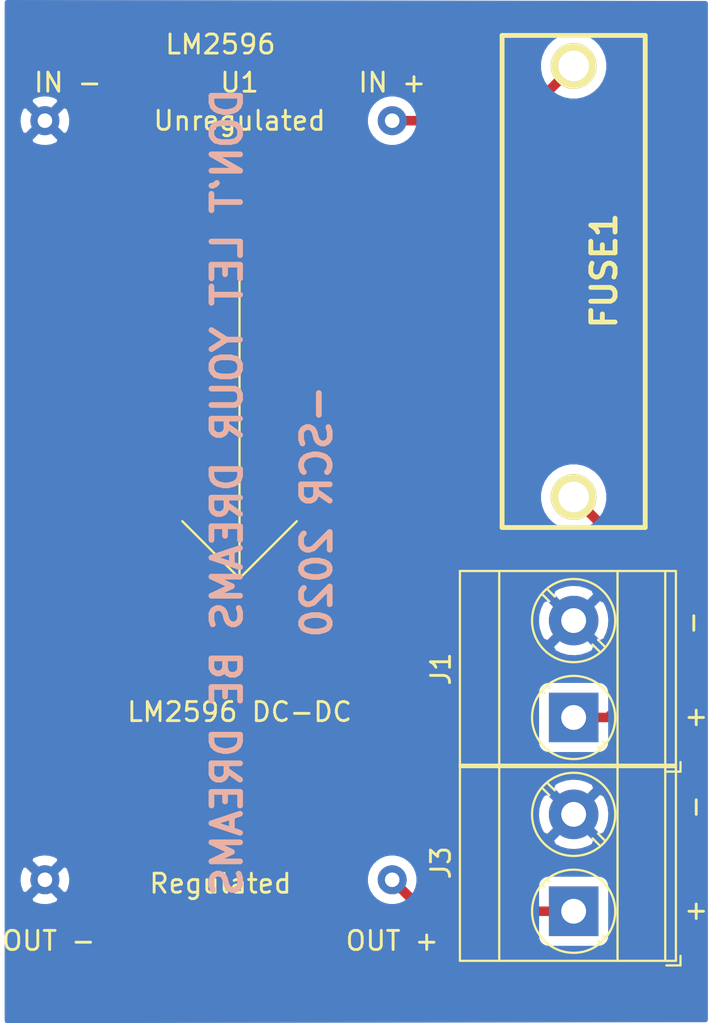
<source format=kicad_pcb>
(kicad_pcb (version 20171130) (host pcbnew "(5.1.4-0)")

  (general
    (thickness 1.6)
    (drawings 2)
    (tracks 10)
    (zones 0)
    (modules 4)
    (nets 5)
  )

  (page A4)
  (layers
    (0 F.Cu signal)
    (31 B.Cu signal)
    (32 B.Adhes user)
    (33 F.Adhes user)
    (34 B.Paste user)
    (35 F.Paste user)
    (36 B.SilkS user)
    (37 F.SilkS user)
    (38 B.Mask user)
    (39 F.Mask user)
    (40 Dwgs.User user)
    (41 Cmts.User user)
    (42 Eco1.User user)
    (43 Eco2.User user)
    (44 Edge.Cuts user)
    (45 Margin user)
    (46 B.CrtYd user)
    (47 F.CrtYd user)
    (48 B.Fab user)
    (49 F.Fab user)
  )

  (setup
    (last_trace_width 0.5)
    (user_trace_width 0.5)
    (trace_clearance 0.2)
    (zone_clearance 0.508)
    (zone_45_only no)
    (trace_min 0.2)
    (via_size 0.8)
    (via_drill 0.4)
    (via_min_size 0.4)
    (via_min_drill 0.3)
    (uvia_size 0.3)
    (uvia_drill 0.1)
    (uvias_allowed no)
    (uvia_min_size 0.2)
    (uvia_min_drill 0.1)
    (edge_width 0.05)
    (segment_width 0.2)
    (pcb_text_width 0.3)
    (pcb_text_size 1.5 1.5)
    (mod_edge_width 0.12)
    (mod_text_size 1 1)
    (mod_text_width 0.15)
    (pad_size 1.524 1.524)
    (pad_drill 0.762)
    (pad_to_mask_clearance 0.051)
    (solder_mask_min_width 0.25)
    (aux_axis_origin 0 0)
    (visible_elements FFFFFF7F)
    (pcbplotparams
      (layerselection 0x010fc_ffffffff)
      (usegerberextensions false)
      (usegerberattributes false)
      (usegerberadvancedattributes false)
      (creategerberjobfile false)
      (excludeedgelayer true)
      (linewidth 0.100000)
      (plotframeref false)
      (viasonmask false)
      (mode 1)
      (useauxorigin false)
      (hpglpennumber 1)
      (hpglpenspeed 20)
      (hpglpendiameter 15.000000)
      (psnegative false)
      (psa4output false)
      (plotreference true)
      (plotvalue true)
      (plotinvisibletext false)
      (padsonsilk false)
      (subtractmaskfromsilk false)
      (outputformat 1)
      (mirror false)
      (drillshape 1)
      (scaleselection 1)
      (outputdirectory ""))
  )

  (net 0 "")
  (net 1 "Net-(J3-Pad1)")
  (net 2 GND)
  (net 3 "Net-(FUSE1-Pad2)")
  (net 4 "Net-(FUSE1-Pad1)")

  (net_class Default "This is the default net class."
    (clearance 0.2)
    (trace_width 0.25)
    (via_dia 0.8)
    (via_drill 0.4)
    (uvia_dia 0.3)
    (uvia_drill 0.1)
    (add_net GND)
    (add_net "Net-(FUSE1-Pad1)")
    (add_net "Net-(FUSE1-Pad2)")
    (add_net "Net-(J3-Pad1)")
  )

  (module 64600001003:646-SERIESHOLDER (layer F.Cu) (tedit 5E1E7105) (tstamp 5E1E753E)
    (at 139.7 85.09 270)
    (descr 646-SeriesHolder)
    (tags Connector)
    (path /5E1F73DF)
    (fp_text reference FUSE1 (at -0.565 -1.595 90) (layer F.SilkS)
      (effects (font (size 1.27 1.27) (thickness 0.254)))
    )
    (fp_text value 64600001003 (at -0.565 -1.595 90) (layer F.SilkS) hide
      (effects (font (size 1.27 1.27) (thickness 0.254)))
    )
    (fp_line (start -12.9 3.75) (end -12.9 -3.75) (layer F.SilkS) (width 0.254))
    (fp_line (start 12.9 3.75) (end -12.9 3.75) (layer F.SilkS) (width 0.254))
    (fp_line (start 12.9 -3.75) (end 12.9 3.75) (layer F.SilkS) (width 0.254))
    (fp_line (start -12.9 -3.75) (end 12.9 -3.75) (layer F.SilkS) (width 0.254))
    (fp_line (start -12.9 3.75) (end -12.9 -3.75) (layer Dwgs.User) (width 0.254))
    (fp_line (start 12.9 3.75) (end -12.9 3.75) (layer Dwgs.User) (width 0.254))
    (fp_line (start 12.9 -3.75) (end 12.9 3.75) (layer Dwgs.User) (width 0.254))
    (fp_line (start -12.9 -3.75) (end 12.9 -3.75) (layer Dwgs.User) (width 0.254))
    (pad 2 thru_hole circle (at 11.3 0) (size 2.4 2.4) (drill 1.6) (layers *.Cu *.Mask F.SilkS)
      (net 3 "Net-(FUSE1-Pad2)"))
    (pad 1 thru_hole circle (at -11.3 0) (size 2.4 2.4) (drill 1.6) (layers *.Cu *.Mask F.SilkS)
      (net 4 "Net-(FUSE1-Pad1)"))
  )

  (module SCR_KiCAD_Lib:LM2596 (layer F.Cu) (tedit 5DC2275D) (tstamp 5DB93298)
    (at 123.19 73.66)
    (path /5DB8C9B7)
    (fp_text reference U1 (at -1 1) (layer F.SilkS)
      (effects (font (size 1 1) (thickness 0.15)))
    )
    (fp_text value LM2596 (at -2 -1) (layer F.SilkS)
      (effects (font (size 1 1) (thickness 0.15)))
    )
    (fp_text user "LM2596 DC-DC" (at -1 34) (layer F.SilkS)
      (effects (font (size 1 1) (thickness 0.15)))
    )
    (fp_line (start -1 27) (end 2 24) (layer F.SilkS) (width 0.12))
    (fp_line (start -1 27) (end -4 24) (layer F.SilkS) (width 0.12))
    (fp_line (start -1 11) (end -1 27) (layer F.SilkS) (width 0.12))
    (fp_text user "OUT +" (at 7 46) (layer F.SilkS)
      (effects (font (size 1 1) (thickness 0.15)))
    )
    (fp_text user "OUT -" (at -11 46) (layer F.SilkS)
      (effects (font (size 1 1) (thickness 0.15)))
    )
    (fp_text user "IN +" (at 7 1) (layer F.SilkS)
      (effects (font (size 1 1) (thickness 0.15)))
    )
    (fp_text user "IN -" (at -10 1) (layer F.SilkS)
      (effects (font (size 1 1) (thickness 0.15)))
    )
    (fp_text user Regulated (at -2 43) (layer F.SilkS)
      (effects (font (size 1 1) (thickness 0.15)))
    )
    (fp_text user Unregulated (at -1 3) (layer F.SilkS)
      (effects (font (size 1 1) (thickness 0.15)))
    )
    (pad 4 thru_hole circle (at 7 42.8) (size 1.524 1.524) (drill 0.762) (layers *.Cu *.Mask)
      (net 1 "Net-(J3-Pad1)"))
    (pad 3 thru_hole circle (at -11.2 42.8) (size 1.524 1.524) (drill 0.762) (layers *.Cu *.Mask)
      (net 2 GND))
    (pad 2 thru_hole circle (at 7 3) (size 1.524 1.524) (drill 0.762) (layers *.Cu *.Mask)
      (net 4 "Net-(FUSE1-Pad1)"))
    (pad 1 thru_hole circle (at -11.2 3 180) (size 1.524 1.524) (drill 0.762) (layers *.Cu *.Mask)
      (net 2 GND))
  )

  (module TerminalBlock_Phoenix:TerminalBlock_Phoenix_MKDS-3-2-5.08_1x02_P5.08mm_Horizontal (layer F.Cu) (tedit 5B294F11) (tstamp 5DB93286)
    (at 139.7 118.11 90)
    (descr "Terminal Block Phoenix MKDS-3-2-5.08, 2 pins, pitch 5.08mm, size 10.2x11.2mm^2, drill diamater 1.3mm, pad diameter 2.6mm, see http://www.farnell.com/datasheets/2138224.pdf, script-generated using https://github.com/pointhi/kicad-footprint-generator/scripts/TerminalBlock_Phoenix")
    (tags "THT Terminal Block Phoenix MKDS-3-2-5.08 pitch 5.08mm size 10.2x11.2mm^2 drill 1.3mm pad 2.6mm")
    (path /5DB8E537)
    (fp_text reference J3 (at 2.54 -6.96 90) (layer F.SilkS)
      (effects (font (size 1 1) (thickness 0.15)))
    )
    (fp_text value Screw_Terminal_01x02 (at 2.54 6.36 90) (layer F.Fab) hide
      (effects (font (size 1 1) (thickness 0.15)))
    )
    (fp_text user %R (at 2.54 3.1 90) (layer F.Fab) hide
      (effects (font (size 1 1) (thickness 0.15)))
    )
    (fp_line (start 8.13 -6.4) (end -3.04 -6.4) (layer F.CrtYd) (width 0.05))
    (fp_line (start 8.13 5.8) (end 8.13 -6.4) (layer F.CrtYd) (width 0.05))
    (fp_line (start -3.04 5.8) (end 8.13 5.8) (layer F.CrtYd) (width 0.05))
    (fp_line (start -3.04 -6.4) (end -3.04 5.8) (layer F.CrtYd) (width 0.05))
    (fp_line (start -2.84 5.6) (end -2.34 5.6) (layer F.SilkS) (width 0.12))
    (fp_line (start -2.84 4.86) (end -2.84 5.6) (layer F.SilkS) (width 0.12))
    (fp_line (start 3.822 0.992) (end 3.427 1.388) (layer F.SilkS) (width 0.12))
    (fp_line (start 6.468 -1.654) (end 6.088 -1.274) (layer F.SilkS) (width 0.12))
    (fp_line (start 4.073 1.274) (end 3.693 1.654) (layer F.SilkS) (width 0.12))
    (fp_line (start 6.734 -1.388) (end 6.339 -0.992) (layer F.SilkS) (width 0.12))
    (fp_line (start 6.353 -1.517) (end 3.564 1.273) (layer F.Fab) (width 0.1))
    (fp_line (start 6.597 -1.273) (end 3.808 1.517) (layer F.Fab) (width 0.1))
    (fp_line (start -1.548 1.281) (end -1.654 1.388) (layer F.SilkS) (width 0.12))
    (fp_line (start 1.388 -1.654) (end 1.281 -1.547) (layer F.SilkS) (width 0.12))
    (fp_line (start -1.282 1.547) (end -1.388 1.654) (layer F.SilkS) (width 0.12))
    (fp_line (start 1.654 -1.388) (end 1.547 -1.281) (layer F.SilkS) (width 0.12))
    (fp_line (start 1.273 -1.517) (end -1.517 1.273) (layer F.Fab) (width 0.1))
    (fp_line (start 1.517 -1.273) (end -1.273 1.517) (layer F.Fab) (width 0.1))
    (fp_line (start 7.68 -5.96) (end 7.68 5.36) (layer F.SilkS) (width 0.12))
    (fp_line (start -2.6 -5.96) (end -2.6 5.36) (layer F.SilkS) (width 0.12))
    (fp_line (start -2.6 5.36) (end 7.68 5.36) (layer F.SilkS) (width 0.12))
    (fp_line (start -2.6 -5.96) (end 7.68 -5.96) (layer F.SilkS) (width 0.12))
    (fp_line (start -2.6 -3.9) (end 7.68 -3.9) (layer F.SilkS) (width 0.12))
    (fp_line (start -2.54 -3.9) (end 7.62 -3.9) (layer F.Fab) (width 0.1))
    (fp_line (start -2.6 2.3) (end 7.68 2.3) (layer F.SilkS) (width 0.12))
    (fp_line (start -2.54 2.3) (end 7.62 2.3) (layer F.Fab) (width 0.1))
    (fp_line (start -2.6 4.8) (end 7.68 4.8) (layer F.SilkS) (width 0.12))
    (fp_line (start -2.54 4.8) (end 7.62 4.8) (layer F.Fab) (width 0.1))
    (fp_line (start -2.54 4.8) (end -2.54 -5.9) (layer F.Fab) (width 0.1))
    (fp_line (start -2.04 5.3) (end -2.54 4.8) (layer F.Fab) (width 0.1))
    (fp_line (start 7.62 5.3) (end -2.04 5.3) (layer F.Fab) (width 0.1))
    (fp_line (start 7.62 -5.9) (end 7.62 5.3) (layer F.Fab) (width 0.1))
    (fp_line (start -2.54 -5.9) (end 7.62 -5.9) (layer F.Fab) (width 0.1))
    (fp_circle (center 5.08 0) (end 7.26 0) (layer F.SilkS) (width 0.12))
    (fp_circle (center 5.08 0) (end 7.08 0) (layer F.Fab) (width 0.1))
    (fp_circle (center 0 0) (end 2.18 0) (layer F.SilkS) (width 0.12))
    (fp_circle (center 0 0) (end 2 0) (layer F.Fab) (width 0.1))
    (fp_text user + (at 0 6.35 90) (layer F.SilkS)
      (effects (font (size 1 1) (thickness 0.15)))
    )
    (fp_text user - (at 5.461 6.35 90) (layer F.SilkS)
      (effects (font (size 1 1) (thickness 0.15)))
    )
    (pad 2 thru_hole circle (at 5.08 0 90) (size 2.6 2.6) (drill 1.3) (layers *.Cu *.Mask)
      (net 2 GND))
    (pad 1 thru_hole rect (at 0 0 90) (size 2.6 2.6) (drill 1.3) (layers *.Cu *.Mask)
      (net 1 "Net-(J3-Pad1)"))
    (model ${KISYS3DMOD}/TerminalBlock_Phoenix.3dshapes/TerminalBlock_Phoenix_MKDS-3-2-5.08_1x02_P5.08mm_Horizontal.wrl
      (at (xyz 0 0 0))
      (scale (xyz 1 1 1))
      (rotate (xyz 0 0 0))
    )
  )

  (module TerminalBlock_Phoenix:TerminalBlock_Phoenix_MKDS-3-2-5.08_1x02_P5.08mm_Horizontal (layer F.Cu) (tedit 5B294F11) (tstamp 5DB9324B)
    (at 139.7 107.95 90)
    (descr "Terminal Block Phoenix MKDS-3-2-5.08, 2 pins, pitch 5.08mm, size 10.2x11.2mm^2, drill diamater 1.3mm, pad diameter 2.6mm, see http://www.farnell.com/datasheets/2138224.pdf, script-generated using https://github.com/pointhi/kicad-footprint-generator/scripts/TerminalBlock_Phoenix")
    (tags "THT Terminal Block Phoenix MKDS-3-2-5.08 pitch 5.08mm size 10.2x11.2mm^2 drill 1.3mm pad 2.6mm")
    (path /5DB8DDA0)
    (fp_text reference J1 (at 2.54 -6.96 90) (layer F.SilkS)
      (effects (font (size 1 1) (thickness 0.15)))
    )
    (fp_text value Screw_Terminal_01x02 (at 2.54 6.36 90) (layer F.Fab) hide
      (effects (font (size 1 1) (thickness 0.15)))
    )
    (fp_text user %R (at 2.54 3.1 90) (layer F.Fab) hide
      (effects (font (size 1 1) (thickness 0.15)))
    )
    (fp_line (start 8.13 -6.4) (end -3.04 -6.4) (layer F.CrtYd) (width 0.05))
    (fp_line (start 8.13 5.8) (end 8.13 -6.4) (layer F.CrtYd) (width 0.05))
    (fp_line (start -3.04 5.8) (end 8.13 5.8) (layer F.CrtYd) (width 0.05))
    (fp_line (start -3.04 -6.4) (end -3.04 5.8) (layer F.CrtYd) (width 0.05))
    (fp_line (start -2.84 5.6) (end -2.34 5.6) (layer F.SilkS) (width 0.12))
    (fp_line (start -2.84 4.86) (end -2.84 5.6) (layer F.SilkS) (width 0.12))
    (fp_line (start 3.822 0.992) (end 3.427 1.388) (layer F.SilkS) (width 0.12))
    (fp_line (start 6.468 -1.654) (end 6.088 -1.274) (layer F.SilkS) (width 0.12))
    (fp_line (start 4.073 1.274) (end 3.693 1.654) (layer F.SilkS) (width 0.12))
    (fp_line (start 6.734 -1.388) (end 6.339 -0.992) (layer F.SilkS) (width 0.12))
    (fp_line (start 6.353 -1.517) (end 3.564 1.273) (layer F.Fab) (width 0.1))
    (fp_line (start 6.597 -1.273) (end 3.808 1.517) (layer F.Fab) (width 0.1))
    (fp_line (start -1.548 1.281) (end -1.654 1.388) (layer F.SilkS) (width 0.12))
    (fp_line (start 1.388 -1.654) (end 1.281 -1.547) (layer F.SilkS) (width 0.12))
    (fp_line (start -1.282 1.547) (end -1.388 1.654) (layer F.SilkS) (width 0.12))
    (fp_line (start 1.654 -1.388) (end 1.547 -1.281) (layer F.SilkS) (width 0.12))
    (fp_line (start 1.273 -1.517) (end -1.517 1.273) (layer F.Fab) (width 0.1))
    (fp_line (start 1.517 -1.273) (end -1.273 1.517) (layer F.Fab) (width 0.1))
    (fp_line (start 7.68 -5.96) (end 7.68 5.36) (layer F.SilkS) (width 0.12))
    (fp_line (start -2.6 -5.96) (end -2.6 5.36) (layer F.SilkS) (width 0.12))
    (fp_line (start -2.6 5.36) (end 7.68 5.36) (layer F.SilkS) (width 0.12))
    (fp_line (start -2.6 -5.96) (end 7.68 -5.96) (layer F.SilkS) (width 0.12))
    (fp_line (start -2.6 -3.9) (end 7.68 -3.9) (layer F.SilkS) (width 0.12))
    (fp_line (start -2.54 -3.9) (end 7.62 -3.9) (layer F.Fab) (width 0.1))
    (fp_line (start -2.6 2.3) (end 7.68 2.3) (layer F.SilkS) (width 0.12))
    (fp_line (start -2.54 2.3) (end 7.62 2.3) (layer F.Fab) (width 0.1))
    (fp_line (start -2.6 4.8) (end 7.68 4.8) (layer F.SilkS) (width 0.12))
    (fp_line (start -2.54 4.8) (end 7.62 4.8) (layer F.Fab) (width 0.1))
    (fp_line (start -2.54 4.8) (end -2.54 -5.9) (layer F.Fab) (width 0.1))
    (fp_line (start -2.04 5.3) (end -2.54 4.8) (layer F.Fab) (width 0.1))
    (fp_line (start 7.62 5.3) (end -2.04 5.3) (layer F.Fab) (width 0.1))
    (fp_line (start 7.62 -5.9) (end 7.62 5.3) (layer F.Fab) (width 0.1))
    (fp_line (start -2.54 -5.9) (end 7.62 -5.9) (layer F.Fab) (width 0.1))
    (fp_circle (center 5.08 0) (end 7.26 0) (layer F.SilkS) (width 0.12))
    (fp_circle (center 5.08 0) (end 7.08 0) (layer F.Fab) (width 0.1))
    (fp_circle (center 0 0) (end 2.18 0) (layer F.SilkS) (width 0.12))
    (fp_circle (center 0 0) (end 2 0) (layer F.Fab) (width 0.1))
    (fp_text user + (at 0 6.35 90) (layer F.SilkS)
      (effects (font (size 1 1) (thickness 0.15)))
    )
    (fp_text user - (at 4.953 6.223 90) (layer F.SilkS)
      (effects (font (size 1 1) (thickness 0.15)))
    )
    (pad 2 thru_hole circle (at 5.08 0 90) (size 2.6 2.6) (drill 1.3) (layers *.Cu *.Mask)
      (net 2 GND))
    (pad 1 thru_hole rect (at 0 0 90) (size 2.6 2.6) (drill 1.3) (layers *.Cu *.Mask)
      (net 3 "Net-(FUSE1-Pad2)"))
    (model ${KISYS3DMOD}/TerminalBlock_Phoenix.3dshapes/TerminalBlock_Phoenix_MKDS-3-2-5.08_1x02_P5.08mm_Horizontal.wrl
      (at (xyz 0 0 0))
      (scale (xyz 1 1 1))
      (rotate (xyz 0 0 0))
    )
  )

  (gr_text "-SCR 2020" (at 126.238 97.155 90) (layer B.SilkS)
    (effects (font (size 1.5 1.5) (thickness 0.3)) (justify mirror))
  )
  (gr_text "DON’T LET YOUR DREAMS BE DREAMS" (at 121.539 96.139 90) (layer B.SilkS)
    (effects (font (size 1.5 1.5) (thickness 0.3)) (justify mirror))
  )

  (segment (start 143.637 105.813) (end 141.5 107.95) (width 0.5) (layer F.Cu) (net 3))
  (segment (start 141.5 107.95) (end 139.7 107.95) (width 0.5) (layer F.Cu) (net 3))
  (segment (start 143.637 100.33) (end 143.637 105.813) (width 0.5) (layer F.Cu) (net 3))
  (segment (start 139.7 96.39) (end 140.899999 97.589999) (width 0.5) (layer F.Cu) (net 3))
  (segment (start 140.899999 97.589999) (end 140.899999 97.592999) (width 0.5) (layer F.Cu) (net 3))
  (segment (start 140.899999 97.592999) (end 143.637 100.33) (width 0.5) (layer F.Cu) (net 3))
  (segment (start 131.84 118.11) (end 130.19 116.46) (width 0.5) (layer F.Cu) (net 1))
  (segment (start 139.7 118.11) (end 131.84 118.11) (width 0.5) (layer F.Cu) (net 1))
  (segment (start 136.83 76.66) (end 130.19 76.66) (width 0.5) (layer F.Cu) (net 4))
  (segment (start 139.7 73.79) (end 136.83 76.66) (width 0.5) (layer F.Cu) (net 4))

  (zone (net 2) (net_name GND) (layer B.Cu) (tstamp 0) (hatch edge 0.508)
    (connect_pads (clearance 0.508))
    (min_thickness 0.254)
    (fill yes (arc_segments 32) (thermal_gap 0.508) (thermal_bridge_width 0.508))
    (polygon
      (pts
        (xy 146.7358 70.3834) (xy 109.8804 70.3326) (xy 109.8804 123.9774) (xy 146.7358 123.9266) (xy 146.7358 70.4088)
      )
    )
    (filled_polygon
      (pts
        (xy 146.6088 70.510225) (xy 146.6088 123.799775) (xy 110.0074 123.850225) (xy 110.0074 117.425565) (xy 111.20404 117.425565)
        (xy 111.27102 117.665656) (xy 111.520048 117.782756) (xy 111.787135 117.849023) (xy 112.062017 117.86191) (xy 112.334133 117.820922)
        (xy 112.593023 117.727636) (xy 112.70898 117.665656) (xy 112.77596 117.425565) (xy 111.99 116.639605) (xy 111.20404 117.425565)
        (xy 110.0074 117.425565) (xy 110.0074 116.532017) (xy 110.58809 116.532017) (xy 110.629078 116.804133) (xy 110.722364 117.063023)
        (xy 110.784344 117.17898) (xy 111.024435 117.24596) (xy 111.810395 116.46) (xy 112.169605 116.46) (xy 112.955565 117.24596)
        (xy 113.195656 117.17898) (xy 113.312756 116.929952) (xy 113.379023 116.662865) (xy 113.39191 116.387983) (xy 113.382033 116.322408)
        (xy 128.793 116.322408) (xy 128.793 116.597592) (xy 128.846686 116.86749) (xy 128.951995 117.121727) (xy 129.10488 117.350535)
        (xy 129.299465 117.54512) (xy 129.528273 117.698005) (xy 129.78251 117.803314) (xy 130.052408 117.857) (xy 130.327592 117.857)
        (xy 130.59749 117.803314) (xy 130.851727 117.698005) (xy 131.080535 117.54512) (xy 131.27512 117.350535) (xy 131.428005 117.121727)
        (xy 131.533314 116.86749) (xy 131.544749 116.81) (xy 137.761928 116.81) (xy 137.761928 119.41) (xy 137.774188 119.534482)
        (xy 137.810498 119.65418) (xy 137.869463 119.764494) (xy 137.948815 119.861185) (xy 138.045506 119.940537) (xy 138.15582 119.999502)
        (xy 138.275518 120.035812) (xy 138.4 120.048072) (xy 141 120.048072) (xy 141.124482 120.035812) (xy 141.24418 119.999502)
        (xy 141.354494 119.940537) (xy 141.451185 119.861185) (xy 141.530537 119.764494) (xy 141.589502 119.65418) (xy 141.625812 119.534482)
        (xy 141.638072 119.41) (xy 141.638072 116.81) (xy 141.625812 116.685518) (xy 141.589502 116.56582) (xy 141.530537 116.455506)
        (xy 141.451185 116.358815) (xy 141.354494 116.279463) (xy 141.24418 116.220498) (xy 141.124482 116.184188) (xy 141 116.171928)
        (xy 138.4 116.171928) (xy 138.275518 116.184188) (xy 138.15582 116.220498) (xy 138.045506 116.279463) (xy 137.948815 116.358815)
        (xy 137.869463 116.455506) (xy 137.810498 116.56582) (xy 137.774188 116.685518) (xy 137.761928 116.81) (xy 131.544749 116.81)
        (xy 131.587 116.597592) (xy 131.587 116.322408) (xy 131.533314 116.05251) (xy 131.428005 115.798273) (xy 131.27512 115.569465)
        (xy 131.080535 115.37488) (xy 130.851727 115.221995) (xy 130.59749 115.116686) (xy 130.327592 115.063) (xy 130.052408 115.063)
        (xy 129.78251 115.116686) (xy 129.528273 115.221995) (xy 129.299465 115.37488) (xy 129.10488 115.569465) (xy 128.951995 115.798273)
        (xy 128.846686 116.05251) (xy 128.793 116.322408) (xy 113.382033 116.322408) (xy 113.350922 116.115867) (xy 113.257636 115.856977)
        (xy 113.195656 115.74102) (xy 112.955565 115.67404) (xy 112.169605 116.46) (xy 111.810395 116.46) (xy 111.024435 115.67404)
        (xy 110.784344 115.74102) (xy 110.667244 115.990048) (xy 110.600977 116.257135) (xy 110.58809 116.532017) (xy 110.0074 116.532017)
        (xy 110.0074 115.494435) (xy 111.20404 115.494435) (xy 111.99 116.280395) (xy 112.77596 115.494435) (xy 112.70898 115.254344)
        (xy 112.459952 115.137244) (xy 112.192865 115.070977) (xy 111.917983 115.05809) (xy 111.645867 115.099078) (xy 111.386977 115.192364)
        (xy 111.27102 115.254344) (xy 111.20404 115.494435) (xy 110.0074 115.494435) (xy 110.0074 114.379224) (xy 138.530381 114.379224)
        (xy 138.662317 114.674312) (xy 139.003045 114.845159) (xy 139.370557 114.94625) (xy 139.750729 114.973701) (xy 140.128951 114.926457)
        (xy 140.49069 114.806333) (xy 140.737683 114.674312) (xy 140.869619 114.379224) (xy 139.7 113.209605) (xy 138.530381 114.379224)
        (xy 110.0074 114.379224) (xy 110.0074 113.080729) (xy 137.756299 113.080729) (xy 137.803543 113.458951) (xy 137.923667 113.82069)
        (xy 138.055688 114.067683) (xy 138.350776 114.199619) (xy 139.520395 113.03) (xy 139.879605 113.03) (xy 141.049224 114.199619)
        (xy 141.344312 114.067683) (xy 141.515159 113.726955) (xy 141.61625 113.359443) (xy 141.643701 112.979271) (xy 141.596457 112.601049)
        (xy 141.476333 112.23931) (xy 141.344312 111.992317) (xy 141.049224 111.860381) (xy 139.879605 113.03) (xy 139.520395 113.03)
        (xy 138.350776 111.860381) (xy 138.055688 111.992317) (xy 137.884841 112.333045) (xy 137.78375 112.700557) (xy 137.756299 113.080729)
        (xy 110.0074 113.080729) (xy 110.0074 111.680776) (xy 138.530381 111.680776) (xy 139.7 112.850395) (xy 140.869619 111.680776)
        (xy 140.737683 111.385688) (xy 140.396955 111.214841) (xy 140.029443 111.11375) (xy 139.649271 111.086299) (xy 139.271049 111.133543)
        (xy 138.90931 111.253667) (xy 138.662317 111.385688) (xy 138.530381 111.680776) (xy 110.0074 111.680776) (xy 110.0074 106.65)
        (xy 137.761928 106.65) (xy 137.761928 109.25) (xy 137.774188 109.374482) (xy 137.810498 109.49418) (xy 137.869463 109.604494)
        (xy 137.948815 109.701185) (xy 138.045506 109.780537) (xy 138.15582 109.839502) (xy 138.275518 109.875812) (xy 138.4 109.888072)
        (xy 141 109.888072) (xy 141.124482 109.875812) (xy 141.24418 109.839502) (xy 141.354494 109.780537) (xy 141.451185 109.701185)
        (xy 141.530537 109.604494) (xy 141.589502 109.49418) (xy 141.625812 109.374482) (xy 141.638072 109.25) (xy 141.638072 106.65)
        (xy 141.625812 106.525518) (xy 141.589502 106.40582) (xy 141.530537 106.295506) (xy 141.451185 106.198815) (xy 141.354494 106.119463)
        (xy 141.24418 106.060498) (xy 141.124482 106.024188) (xy 141 106.011928) (xy 138.4 106.011928) (xy 138.275518 106.024188)
        (xy 138.15582 106.060498) (xy 138.045506 106.119463) (xy 137.948815 106.198815) (xy 137.869463 106.295506) (xy 137.810498 106.40582)
        (xy 137.774188 106.525518) (xy 137.761928 106.65) (xy 110.0074 106.65) (xy 110.0074 104.219224) (xy 138.530381 104.219224)
        (xy 138.662317 104.514312) (xy 139.003045 104.685159) (xy 139.370557 104.78625) (xy 139.750729 104.813701) (xy 140.128951 104.766457)
        (xy 140.49069 104.646333) (xy 140.737683 104.514312) (xy 140.869619 104.219224) (xy 139.7 103.049605) (xy 138.530381 104.219224)
        (xy 110.0074 104.219224) (xy 110.0074 102.920729) (xy 137.756299 102.920729) (xy 137.803543 103.298951) (xy 137.923667 103.66069)
        (xy 138.055688 103.907683) (xy 138.350776 104.039619) (xy 139.520395 102.87) (xy 139.879605 102.87) (xy 141.049224 104.039619)
        (xy 141.344312 103.907683) (xy 141.515159 103.566955) (xy 141.61625 103.199443) (xy 141.643701 102.819271) (xy 141.596457 102.441049)
        (xy 141.476333 102.07931) (xy 141.344312 101.832317) (xy 141.049224 101.700381) (xy 139.879605 102.87) (xy 139.520395 102.87)
        (xy 138.350776 101.700381) (xy 138.055688 101.832317) (xy 137.884841 102.173045) (xy 137.78375 102.540557) (xy 137.756299 102.920729)
        (xy 110.0074 102.920729) (xy 110.0074 101.520776) (xy 138.530381 101.520776) (xy 139.7 102.690395) (xy 140.869619 101.520776)
        (xy 140.737683 101.225688) (xy 140.396955 101.054841) (xy 140.029443 100.95375) (xy 139.649271 100.926299) (xy 139.271049 100.973543)
        (xy 138.90931 101.093667) (xy 138.662317 101.225688) (xy 138.530381 101.520776) (xy 110.0074 101.520776) (xy 110.0074 96.209268)
        (xy 137.865 96.209268) (xy 137.865 96.570732) (xy 137.935518 96.92525) (xy 138.073844 97.259199) (xy 138.274662 97.559744)
        (xy 138.530256 97.815338) (xy 138.830801 98.016156) (xy 139.16475 98.154482) (xy 139.519268 98.225) (xy 139.880732 98.225)
        (xy 140.23525 98.154482) (xy 140.569199 98.016156) (xy 140.869744 97.815338) (xy 141.125338 97.559744) (xy 141.326156 97.259199)
        (xy 141.464482 96.92525) (xy 141.535 96.570732) (xy 141.535 96.209268) (xy 141.464482 95.85475) (xy 141.326156 95.520801)
        (xy 141.125338 95.220256) (xy 140.869744 94.964662) (xy 140.569199 94.763844) (xy 140.23525 94.625518) (xy 139.880732 94.555)
        (xy 139.519268 94.555) (xy 139.16475 94.625518) (xy 138.830801 94.763844) (xy 138.530256 94.964662) (xy 138.274662 95.220256)
        (xy 138.073844 95.520801) (xy 137.935518 95.85475) (xy 137.865 96.209268) (xy 110.0074 96.209268) (xy 110.0074 77.625565)
        (xy 111.20404 77.625565) (xy 111.27102 77.865656) (xy 111.520048 77.982756) (xy 111.787135 78.049023) (xy 112.062017 78.06191)
        (xy 112.334133 78.020922) (xy 112.593023 77.927636) (xy 112.70898 77.865656) (xy 112.77596 77.625565) (xy 111.99 76.839605)
        (xy 111.20404 77.625565) (xy 110.0074 77.625565) (xy 110.0074 76.732017) (xy 110.58809 76.732017) (xy 110.629078 77.004133)
        (xy 110.722364 77.263023) (xy 110.784344 77.37898) (xy 111.024435 77.44596) (xy 111.810395 76.66) (xy 112.169605 76.66)
        (xy 112.955565 77.44596) (xy 113.195656 77.37898) (xy 113.312756 77.129952) (xy 113.379023 76.862865) (xy 113.39191 76.587983)
        (xy 113.382033 76.522408) (xy 128.793 76.522408) (xy 128.793 76.797592) (xy 128.846686 77.06749) (xy 128.951995 77.321727)
        (xy 129.10488 77.550535) (xy 129.299465 77.74512) (xy 129.528273 77.898005) (xy 129.78251 78.003314) (xy 130.052408 78.057)
        (xy 130.327592 78.057) (xy 130.59749 78.003314) (xy 130.851727 77.898005) (xy 131.080535 77.74512) (xy 131.27512 77.550535)
        (xy 131.428005 77.321727) (xy 131.533314 77.06749) (xy 131.587 76.797592) (xy 131.587 76.522408) (xy 131.533314 76.25251)
        (xy 131.428005 75.998273) (xy 131.27512 75.769465) (xy 131.080535 75.57488) (xy 130.851727 75.421995) (xy 130.59749 75.316686)
        (xy 130.327592 75.263) (xy 130.052408 75.263) (xy 129.78251 75.316686) (xy 129.528273 75.421995) (xy 129.299465 75.57488)
        (xy 129.10488 75.769465) (xy 128.951995 75.998273) (xy 128.846686 76.25251) (xy 128.793 76.522408) (xy 113.382033 76.522408)
        (xy 113.350922 76.315867) (xy 113.257636 76.056977) (xy 113.195656 75.94102) (xy 112.955565 75.87404) (xy 112.169605 76.66)
        (xy 111.810395 76.66) (xy 111.024435 75.87404) (xy 110.784344 75.94102) (xy 110.667244 76.190048) (xy 110.600977 76.457135)
        (xy 110.58809 76.732017) (xy 110.0074 76.732017) (xy 110.0074 75.694435) (xy 111.20404 75.694435) (xy 111.99 76.480395)
        (xy 112.77596 75.694435) (xy 112.70898 75.454344) (xy 112.459952 75.337244) (xy 112.192865 75.270977) (xy 111.917983 75.25809)
        (xy 111.645867 75.299078) (xy 111.386977 75.392364) (xy 111.27102 75.454344) (xy 111.20404 75.694435) (xy 110.0074 75.694435)
        (xy 110.0074 73.609268) (xy 137.865 73.609268) (xy 137.865 73.970732) (xy 137.935518 74.32525) (xy 138.073844 74.659199)
        (xy 138.274662 74.959744) (xy 138.530256 75.215338) (xy 138.830801 75.416156) (xy 139.16475 75.554482) (xy 139.519268 75.625)
        (xy 139.880732 75.625) (xy 140.23525 75.554482) (xy 140.569199 75.416156) (xy 140.869744 75.215338) (xy 141.125338 74.959744)
        (xy 141.326156 74.659199) (xy 141.464482 74.32525) (xy 141.535 73.970732) (xy 141.535 73.609268) (xy 141.464482 73.25475)
        (xy 141.326156 72.920801) (xy 141.125338 72.620256) (xy 140.869744 72.364662) (xy 140.569199 72.163844) (xy 140.23525 72.025518)
        (xy 139.880732 71.955) (xy 139.519268 71.955) (xy 139.16475 72.025518) (xy 138.830801 72.163844) (xy 138.530256 72.364662)
        (xy 138.274662 72.620256) (xy 138.073844 72.920801) (xy 137.935518 73.25475) (xy 137.865 73.609268) (xy 110.0074 73.609268)
        (xy 110.0074 70.459775)
      )
    )
  )
)

</source>
